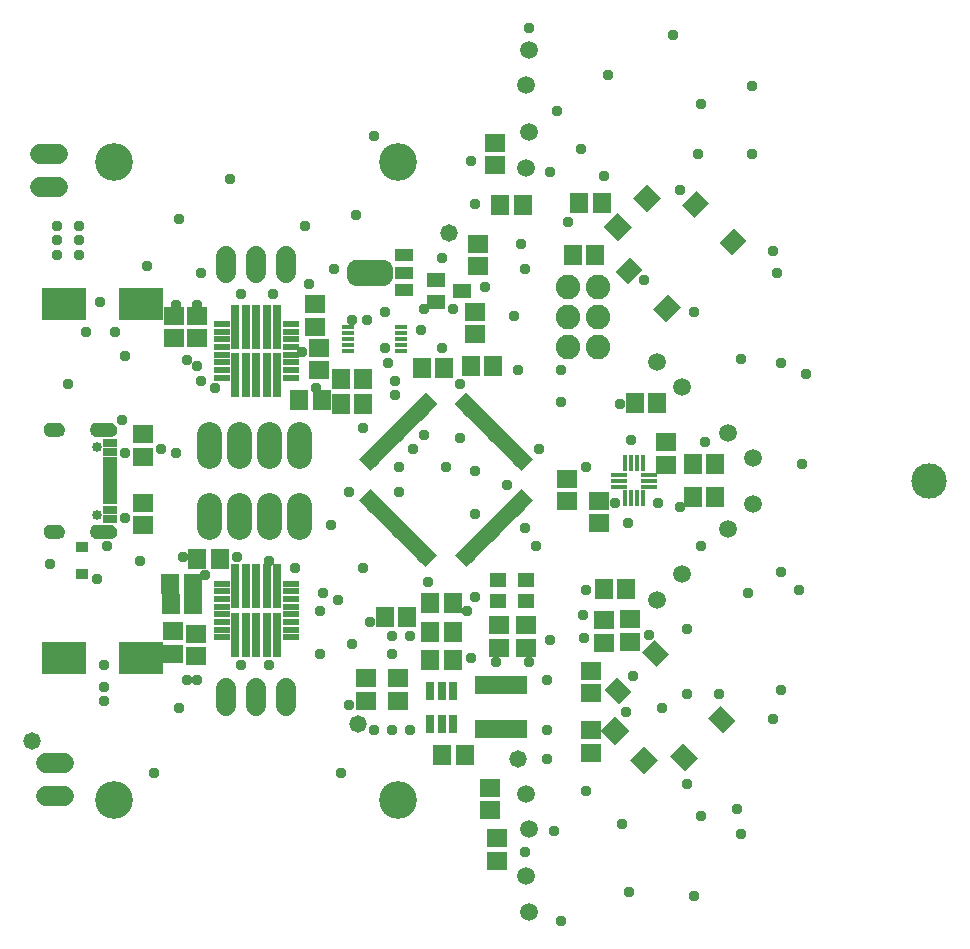
<source format=gbr>
G04 EAGLE Gerber RS-274X export*
G75*
%MOMM*%
%FSLAX34Y34*%
%LPD*%
%INSoldermask Top*%
%IPPOS*%
%AMOC8*
5,1,8,0,0,1.08239X$1,22.5*%
G01*
%ADD10R,1.503200X1.703200*%
%ADD11R,1.703200X1.503200*%
%ADD12R,0.453200X1.453200*%
%ADD13R,1.453200X0.453200*%
%ADD14C,1.511200*%
%ADD15R,1.203200X0.503200*%
%ADD16R,1.203200X0.803200*%
%ADD17C,0.853200*%
%ADD18R,1.803200X1.503200*%
%ADD19R,1.503200X1.803200*%
%ADD20R,3.703200X2.703200*%
%ADD21C,1.727200*%
%ADD22R,1.100000X0.400000*%
%ADD23R,0.753200X1.553200*%
%ADD24R,4.403200X1.603200*%
%ADD25R,1.603200X1.203200*%
%ADD26R,1.603200X1.003200*%
%ADD27R,1.600000X1.000000*%
%ADD28C,1.473200*%
%ADD29C,3.003200*%
%ADD30R,1.703200X1.703200*%
%ADD31C,2.082800*%
%ADD32R,1.033200X0.833200*%
%ADD33R,1.403200X1.303200*%
%ADD34R,1.503200X1.753200*%
%ADD35R,1.397000X0.508000*%
%ADD36R,1.403200X0.553200*%
%ADD37R,1.453200X0.553200*%
%ADD38R,0.653200X3.753200*%
%ADD39C,3.203200*%
%ADD40C,1.711200*%
%ADD41C,2.082800*%
%ADD42C,0.959600*%

G36*
X297490Y564839D02*
X297490Y564839D01*
X297824Y564849D01*
X297901Y564859D01*
X297979Y564863D01*
X298310Y564911D01*
X298642Y564954D01*
X298718Y564971D01*
X298795Y564982D01*
X299120Y565063D01*
X299445Y565137D01*
X299519Y565162D01*
X299595Y565180D01*
X299911Y565292D01*
X300228Y565397D01*
X300299Y565429D01*
X300372Y565455D01*
X300676Y565596D01*
X300981Y565732D01*
X301049Y565770D01*
X301119Y565803D01*
X301408Y565974D01*
X301698Y566138D01*
X301762Y566183D01*
X301829Y566223D01*
X302100Y566420D01*
X302373Y566612D01*
X302432Y566663D01*
X302495Y566709D01*
X302745Y566932D01*
X302998Y567149D01*
X303052Y567205D01*
X303111Y567257D01*
X303338Y567503D01*
X303569Y567744D01*
X303617Y567805D01*
X303670Y567863D01*
X303872Y568128D01*
X304079Y568392D01*
X304121Y568457D01*
X304168Y568519D01*
X304343Y568804D01*
X304524Y569085D01*
X304560Y569155D01*
X304601Y569221D01*
X304747Y569521D01*
X304900Y569819D01*
X304929Y569892D01*
X304963Y569962D01*
X305080Y570275D01*
X305203Y570586D01*
X305224Y570661D01*
X305252Y570734D01*
X305338Y571057D01*
X305430Y571378D01*
X305444Y571455D01*
X305464Y571530D01*
X305519Y571860D01*
X305579Y572189D01*
X305584Y572252D01*
X305599Y572344D01*
X305654Y573166D01*
X305651Y573259D01*
X305655Y573322D01*
X305655Y578572D01*
X305639Y578906D01*
X305629Y579240D01*
X305619Y579317D01*
X305615Y579395D01*
X305567Y579726D01*
X305524Y580058D01*
X305507Y580134D01*
X305496Y580211D01*
X305415Y580536D01*
X305341Y580861D01*
X305316Y580935D01*
X305298Y581011D01*
X305186Y581327D01*
X305081Y581644D01*
X305049Y581715D01*
X305023Y581788D01*
X304882Y582092D01*
X304746Y582397D01*
X304708Y582465D01*
X304675Y582535D01*
X304504Y582824D01*
X304340Y583114D01*
X304295Y583178D01*
X304255Y583245D01*
X304058Y583516D01*
X303866Y583789D01*
X303815Y583848D01*
X303769Y583911D01*
X303546Y584161D01*
X303329Y584414D01*
X303273Y584468D01*
X303221Y584527D01*
X302975Y584754D01*
X302734Y584985D01*
X302673Y585033D01*
X302615Y585086D01*
X302350Y585288D01*
X302087Y585495D01*
X302021Y585537D01*
X301959Y585584D01*
X301674Y585759D01*
X301393Y585940D01*
X301323Y585976D01*
X301257Y586017D01*
X300957Y586163D01*
X300659Y586316D01*
X300586Y586345D01*
X300516Y586379D01*
X300203Y586496D01*
X299892Y586619D01*
X299817Y586640D01*
X299744Y586668D01*
X299421Y586754D01*
X299100Y586846D01*
X299023Y586860D01*
X298948Y586880D01*
X298618Y586935D01*
X298289Y586995D01*
X298226Y587000D01*
X298134Y587015D01*
X297312Y587070D01*
X297219Y587067D01*
X297156Y587071D01*
X275406Y587071D01*
X275072Y587055D01*
X274738Y587045D01*
X274661Y587035D01*
X274583Y587031D01*
X274252Y586983D01*
X273920Y586940D01*
X273844Y586923D01*
X273767Y586912D01*
X273442Y586831D01*
X273117Y586757D01*
X273043Y586732D01*
X272967Y586714D01*
X272651Y586602D01*
X272334Y586497D01*
X272263Y586465D01*
X272190Y586439D01*
X271886Y586298D01*
X271581Y586162D01*
X271513Y586124D01*
X271443Y586091D01*
X271154Y585920D01*
X270864Y585756D01*
X270800Y585711D01*
X270733Y585671D01*
X270462Y585474D01*
X270189Y585282D01*
X270130Y585231D01*
X270067Y585185D01*
X269817Y584962D01*
X269564Y584745D01*
X269510Y584689D01*
X269452Y584637D01*
X269224Y584391D01*
X268993Y584150D01*
X268945Y584089D01*
X268892Y584031D01*
X268690Y583766D01*
X268483Y583503D01*
X268441Y583437D01*
X268394Y583375D01*
X268219Y583090D01*
X268038Y582809D01*
X268002Y582739D01*
X267961Y582673D01*
X267815Y582373D01*
X267662Y582075D01*
X267634Y582002D01*
X267599Y581932D01*
X267482Y581619D01*
X267359Y581308D01*
X267338Y581233D01*
X267310Y581160D01*
X267224Y580837D01*
X267132Y580516D01*
X267118Y580439D01*
X267098Y580364D01*
X267043Y580034D01*
X266983Y579705D01*
X266978Y579642D01*
X266963Y579550D01*
X266908Y578728D01*
X266911Y578635D01*
X266907Y578572D01*
X266907Y573322D01*
X266923Y572988D01*
X266933Y572654D01*
X266943Y572577D01*
X266947Y572499D01*
X266995Y572168D01*
X267038Y571836D01*
X267055Y571760D01*
X267066Y571683D01*
X267147Y571358D01*
X267221Y571033D01*
X267246Y570959D01*
X267264Y570883D01*
X267376Y570567D01*
X267481Y570250D01*
X267513Y570179D01*
X267539Y570106D01*
X267680Y569802D01*
X267816Y569497D01*
X267854Y569429D01*
X267887Y569359D01*
X268058Y569070D01*
X268222Y568780D01*
X268267Y568716D01*
X268307Y568649D01*
X268504Y568378D01*
X268696Y568105D01*
X268747Y568046D01*
X268793Y567983D01*
X269016Y567733D01*
X269233Y567480D01*
X269289Y567426D01*
X269341Y567368D01*
X269587Y567140D01*
X269828Y566909D01*
X269889Y566861D01*
X269947Y566808D01*
X270212Y566606D01*
X270476Y566399D01*
X270541Y566357D01*
X270603Y566310D01*
X270888Y566135D01*
X271169Y565954D01*
X271239Y565918D01*
X271305Y565877D01*
X271605Y565731D01*
X271903Y565578D01*
X271976Y565550D01*
X272046Y565515D01*
X272359Y565398D01*
X272670Y565275D01*
X272745Y565254D01*
X272818Y565226D01*
X273141Y565140D01*
X273462Y565048D01*
X273539Y565034D01*
X273614Y565014D01*
X273944Y564959D01*
X274273Y564899D01*
X274336Y564894D01*
X274428Y564879D01*
X275250Y564824D01*
X275343Y564827D01*
X275406Y564823D01*
X297156Y564823D01*
X297490Y564839D01*
G37*
G36*
X66805Y437154D02*
X66805Y437154D01*
X66807Y437151D01*
X68087Y437346D01*
X68093Y437352D01*
X68097Y437349D01*
X69301Y437824D01*
X69306Y437831D01*
X69311Y437829D01*
X70379Y438560D01*
X70382Y438567D01*
X70388Y438567D01*
X71267Y439517D01*
X71267Y439525D01*
X71273Y439526D01*
X71918Y440647D01*
X71917Y440656D01*
X71923Y440658D01*
X72302Y441895D01*
X72300Y441903D01*
X72304Y441906D01*
X72399Y443196D01*
X72396Y443201D01*
X72399Y443203D01*
X72332Y444334D01*
X72327Y444339D01*
X72331Y444343D01*
X72044Y445440D01*
X72038Y445444D01*
X72041Y445449D01*
X71546Y446468D01*
X71540Y446471D01*
X71541Y446476D01*
X70857Y447379D01*
X70850Y447381D01*
X70850Y447386D01*
X70003Y448139D01*
X69996Y448139D01*
X69995Y448144D01*
X69018Y448717D01*
X69011Y448716D01*
X69009Y448721D01*
X67938Y449092D01*
X67932Y449089D01*
X67929Y449094D01*
X66807Y449249D01*
X66802Y449246D01*
X66800Y449249D01*
X54800Y449249D01*
X54795Y449246D01*
X54792Y449249D01*
X53525Y449044D01*
X53519Y449038D01*
X53515Y449041D01*
X52325Y448559D01*
X52321Y448552D01*
X52315Y448554D01*
X51262Y447820D01*
X51260Y447812D01*
X51254Y447813D01*
X50391Y446863D01*
X50390Y446854D01*
X50385Y446854D01*
X49755Y445735D01*
X49756Y445727D01*
X49750Y445725D01*
X49385Y444495D01*
X49388Y444487D01*
X49383Y444484D01*
X49301Y443203D01*
X49304Y443199D01*
X49301Y443197D01*
X49383Y441916D01*
X49389Y441910D01*
X49385Y441905D01*
X49750Y440675D01*
X49757Y440670D01*
X49755Y440665D01*
X50385Y439546D01*
X50392Y439543D01*
X50391Y439537D01*
X51254Y438587D01*
X51262Y438586D01*
X51262Y438580D01*
X52315Y437846D01*
X52323Y437846D01*
X52325Y437841D01*
X53515Y437359D01*
X53522Y437361D01*
X53525Y437356D01*
X54792Y437151D01*
X54797Y437154D01*
X54800Y437151D01*
X66800Y437151D01*
X66805Y437154D01*
G37*
G36*
X66805Y350754D02*
X66805Y350754D01*
X66807Y350751D01*
X68087Y350946D01*
X68093Y350952D01*
X68097Y350949D01*
X69301Y351424D01*
X69306Y351431D01*
X69311Y351429D01*
X70379Y352160D01*
X70382Y352167D01*
X70388Y352167D01*
X71267Y353117D01*
X71267Y353125D01*
X71273Y353126D01*
X71918Y354247D01*
X71917Y354256D01*
X71923Y354258D01*
X72302Y355495D01*
X72300Y355503D01*
X72304Y355506D01*
X72399Y356796D01*
X72396Y356801D01*
X72399Y356803D01*
X72332Y357934D01*
X72327Y357939D01*
X72331Y357943D01*
X72044Y359040D01*
X72038Y359044D01*
X72041Y359049D01*
X71546Y360068D01*
X71540Y360071D01*
X71541Y360076D01*
X70857Y360979D01*
X70850Y360981D01*
X70850Y360986D01*
X70003Y361739D01*
X69996Y361739D01*
X69995Y361744D01*
X69018Y362317D01*
X69011Y362316D01*
X69009Y362321D01*
X67938Y362692D01*
X67932Y362689D01*
X67929Y362694D01*
X66807Y362849D01*
X66802Y362846D01*
X66800Y362849D01*
X54800Y362849D01*
X54795Y362846D01*
X54792Y362849D01*
X53525Y362644D01*
X53519Y362638D01*
X53515Y362641D01*
X52325Y362159D01*
X52321Y362152D01*
X52315Y362154D01*
X51262Y361420D01*
X51260Y361412D01*
X51254Y361413D01*
X50391Y360463D01*
X50390Y360454D01*
X50385Y360454D01*
X49755Y359335D01*
X49756Y359327D01*
X49750Y359325D01*
X49385Y358095D01*
X49388Y358087D01*
X49383Y358084D01*
X49301Y356803D01*
X49304Y356799D01*
X49301Y356797D01*
X49383Y355516D01*
X49389Y355510D01*
X49385Y355505D01*
X49750Y354275D01*
X49757Y354270D01*
X49755Y354265D01*
X50385Y353146D01*
X50392Y353143D01*
X50391Y353137D01*
X51254Y352187D01*
X51262Y352186D01*
X51262Y352180D01*
X52315Y351446D01*
X52323Y351446D01*
X52325Y351441D01*
X53515Y350959D01*
X53522Y350961D01*
X53525Y350956D01*
X54792Y350751D01*
X54797Y350754D01*
X54800Y350751D01*
X66800Y350751D01*
X66805Y350754D01*
G37*
G36*
X22003Y437153D02*
X22003Y437153D01*
X22005Y437151D01*
X23181Y437262D01*
X23186Y437267D01*
X23190Y437264D01*
X24322Y437602D01*
X24326Y437608D01*
X24331Y437606D01*
X25375Y438158D01*
X25378Y438165D01*
X25383Y438163D01*
X26299Y438909D01*
X26300Y438916D01*
X26306Y438916D01*
X27059Y439826D01*
X27059Y439833D01*
X27064Y439834D01*
X27625Y440873D01*
X27624Y440878D01*
X27628Y440880D01*
X27627Y440881D01*
X27629Y440882D01*
X27976Y442011D01*
X27976Y442012D01*
X27977Y442013D01*
X27974Y442017D01*
X27978Y442020D01*
X28099Y443195D01*
X28095Y443202D01*
X28099Y443206D01*
X27942Y444546D01*
X27937Y444552D01*
X27940Y444557D01*
X27489Y445828D01*
X27482Y445833D01*
X27484Y445838D01*
X26762Y446977D01*
X26754Y446980D01*
X26755Y446986D01*
X25797Y447936D01*
X25789Y447937D01*
X25788Y447943D01*
X24643Y448656D01*
X24635Y448655D01*
X24633Y448661D01*
X23357Y449101D01*
X23350Y449099D01*
X23347Y449103D01*
X22005Y449249D01*
X22002Y449247D01*
X22000Y449249D01*
X16000Y449249D01*
X15997Y449247D01*
X15994Y449249D01*
X14665Y449094D01*
X14659Y449088D01*
X14655Y449091D01*
X13394Y448644D01*
X13389Y448637D01*
X13384Y448639D01*
X12254Y447922D01*
X12251Y447915D01*
X12245Y447916D01*
X11303Y446966D01*
X11302Y446957D01*
X11296Y446957D01*
X10589Y445821D01*
X10590Y445813D01*
X10584Y445811D01*
X10148Y444546D01*
X10150Y444538D01*
X10145Y444536D01*
X10001Y443205D01*
X10005Y443199D01*
X10001Y443195D01*
X10111Y442029D01*
X10116Y442024D01*
X10113Y442020D01*
X10448Y440897D01*
X10454Y440893D01*
X10452Y440889D01*
X11000Y439853D01*
X11006Y439850D01*
X11005Y439845D01*
X11744Y438937D01*
X11751Y438935D01*
X11751Y438930D01*
X12653Y438183D01*
X12661Y438183D01*
X12661Y438178D01*
X13692Y437621D01*
X13699Y437622D01*
X13701Y437617D01*
X14820Y437273D01*
X14827Y437275D01*
X14830Y437271D01*
X15995Y437151D01*
X15998Y437153D01*
X16000Y437151D01*
X22000Y437151D01*
X22003Y437153D01*
G37*
G36*
X22003Y350753D02*
X22003Y350753D01*
X22005Y350751D01*
X23181Y350862D01*
X23186Y350867D01*
X23190Y350864D01*
X24322Y351202D01*
X24326Y351208D01*
X24331Y351206D01*
X25375Y351758D01*
X25378Y351765D01*
X25383Y351763D01*
X26299Y352509D01*
X26300Y352516D01*
X26306Y352516D01*
X27059Y353426D01*
X27059Y353433D01*
X27064Y353434D01*
X27625Y354473D01*
X27624Y354478D01*
X27628Y354480D01*
X27627Y354481D01*
X27629Y354482D01*
X27976Y355611D01*
X27976Y355612D01*
X27977Y355613D01*
X27974Y355617D01*
X27978Y355620D01*
X28099Y356795D01*
X28095Y356802D01*
X28099Y356806D01*
X27942Y358146D01*
X27937Y358152D01*
X27940Y358157D01*
X27489Y359428D01*
X27482Y359433D01*
X27484Y359438D01*
X26762Y360577D01*
X26754Y360580D01*
X26755Y360586D01*
X25797Y361536D01*
X25789Y361537D01*
X25788Y361543D01*
X24643Y362256D01*
X24635Y362255D01*
X24633Y362261D01*
X23357Y362701D01*
X23350Y362699D01*
X23347Y362703D01*
X22005Y362849D01*
X22002Y362847D01*
X22000Y362849D01*
X16000Y362849D01*
X15997Y362847D01*
X15994Y362849D01*
X14665Y362694D01*
X14659Y362688D01*
X14655Y362691D01*
X13394Y362244D01*
X13389Y362237D01*
X13384Y362239D01*
X12254Y361522D01*
X12251Y361515D01*
X12245Y361516D01*
X11303Y360566D01*
X11302Y360557D01*
X11296Y360557D01*
X10589Y359421D01*
X10590Y359413D01*
X10584Y359411D01*
X10148Y358146D01*
X10150Y358138D01*
X10145Y358136D01*
X10001Y356805D01*
X10005Y356799D01*
X10001Y356795D01*
X10111Y355629D01*
X10116Y355624D01*
X10113Y355620D01*
X10448Y354497D01*
X10454Y354493D01*
X10452Y354489D01*
X11000Y353453D01*
X11006Y353450D01*
X11005Y353445D01*
X11744Y352537D01*
X11751Y352535D01*
X11751Y352530D01*
X12653Y351783D01*
X12661Y351783D01*
X12661Y351778D01*
X13692Y351221D01*
X13699Y351222D01*
X13701Y351217D01*
X14820Y350873D01*
X14827Y350875D01*
X14830Y350871D01*
X15995Y350751D01*
X15998Y350753D01*
X16000Y350751D01*
X22000Y350751D01*
X22003Y350753D01*
G37*
D10*
X330020Y495240D03*
X349020Y495240D03*
X477036Y591272D03*
X458036Y591272D03*
D11*
X484192Y281964D03*
X484192Y262964D03*
X140000Y539500D03*
X140000Y520500D03*
X120000Y539500D03*
X120000Y520500D03*
D12*
X502500Y385000D03*
X507500Y385000D03*
X512500Y385000D03*
X517500Y385000D03*
D13*
X522500Y395000D03*
X522500Y400000D03*
X522500Y405000D03*
D12*
X517500Y415000D03*
X512500Y415000D03*
X507500Y415000D03*
X502500Y415000D03*
D13*
X497500Y405000D03*
X497500Y400000D03*
X497500Y395000D03*
D14*
X421307Y694943D03*
X418693Y665057D03*
X421307Y764943D03*
X418693Y735057D03*
X418693Y134943D03*
X421307Y105057D03*
X418693Y64943D03*
X421307Y35057D03*
X529393Y500607D03*
X550607Y479393D03*
X589393Y440607D03*
X610607Y419393D03*
X610607Y380607D03*
X589393Y359393D03*
X550607Y320607D03*
X529393Y299393D03*
D15*
X66600Y392500D03*
X66600Y397500D03*
D16*
X66600Y367750D03*
X66600Y375500D03*
D15*
X66600Y382500D03*
X66600Y387500D03*
X66600Y407500D03*
X66600Y402500D03*
D16*
X66600Y432250D03*
X66600Y424500D03*
D15*
X66600Y417500D03*
X66600Y412500D03*
D17*
X55550Y428900D03*
X55550Y371100D03*
D18*
X387808Y120980D03*
X387808Y139980D03*
D19*
X484148Y307888D03*
X503148Y307888D03*
X529500Y466096D03*
X510500Y466096D03*
X415556Y633272D03*
X396556Y633272D03*
D18*
X394280Y97204D03*
X394280Y78204D03*
D19*
X559644Y386096D03*
X578644Y386096D03*
X559644Y413904D03*
X578644Y413904D03*
D18*
X392000Y666860D03*
X392000Y685860D03*
D10*
X261524Y486384D03*
X280524Y486384D03*
X261524Y464568D03*
X280524Y464568D03*
D20*
X92500Y550000D03*
X27500Y550000D03*
X92500Y250000D03*
X27500Y250000D03*
D21*
X22380Y648730D02*
X7140Y648730D01*
X7140Y676670D02*
X22380Y676670D01*
D22*
X267500Y530000D03*
X267500Y525000D03*
X267500Y520000D03*
X267500Y515000D03*
X267500Y510000D03*
X312500Y510000D03*
X312500Y515000D03*
X312500Y520000D03*
X312500Y525000D03*
X312500Y530000D03*
D23*
X356452Y221895D03*
X346952Y221895D03*
X337452Y221895D03*
X337452Y194393D03*
X346952Y194393D03*
X356452Y194393D03*
D10*
X366452Y168144D03*
X347452Y168144D03*
D11*
X310000Y213884D03*
X310000Y232884D03*
X283048Y213884D03*
X283048Y232884D03*
D10*
X337452Y272048D03*
X356452Y272048D03*
X337260Y296592D03*
X356260Y296592D03*
X337452Y248144D03*
X356452Y248144D03*
D24*
X396952Y189644D03*
X396952Y226644D03*
D18*
X377952Y581812D03*
X377952Y600812D03*
D25*
X364568Y560832D03*
X342568Y551332D03*
X342568Y570332D03*
D26*
X315466Y561082D03*
X315466Y591062D03*
D27*
X315456Y576072D03*
D18*
X374904Y542900D03*
X374904Y523900D03*
D28*
X411480Y164592D03*
X353568Y609600D03*
X276160Y194216D03*
D29*
X760000Y400000D03*
D18*
X506888Y263836D03*
X506888Y282836D03*
D11*
X473840Y219828D03*
X473840Y238828D03*
D30*
G36*
X506427Y163722D02*
X518470Y175765D01*
X530513Y163722D01*
X518470Y151679D01*
X506427Y163722D01*
G37*
G36*
X481679Y188470D02*
X493722Y200513D01*
X505765Y188470D01*
X493722Y176427D01*
X481679Y188470D01*
G37*
G36*
X520662Y627283D02*
X508619Y639326D01*
X520662Y651369D01*
X532705Y639326D01*
X520662Y627283D01*
G37*
G36*
X495914Y602535D02*
X483871Y614578D01*
X495914Y626621D01*
X507957Y614578D01*
X495914Y602535D01*
G37*
D18*
X473544Y188788D03*
X473544Y169788D03*
D19*
X482340Y635088D03*
X463340Y635088D03*
D21*
X27620Y161270D02*
X12380Y161270D01*
X12380Y133330D02*
X27620Y133330D01*
D19*
X317972Y284736D03*
X298972Y284736D03*
D11*
X537176Y432460D03*
X537176Y413460D03*
D18*
X480000Y382836D03*
X480000Y363836D03*
X453320Y401604D03*
X453320Y382604D03*
D31*
X454152Y563880D03*
X479552Y563880D03*
X454152Y538480D03*
X479552Y538480D03*
X454152Y513080D03*
X479552Y513080D03*
D18*
X94488Y362356D03*
X94488Y381356D03*
X94488Y439268D03*
X94488Y420268D03*
D32*
X42672Y320732D03*
X42672Y343732D03*
D33*
X418318Y315902D03*
X394818Y315902D03*
X394818Y298402D03*
X418318Y298402D03*
D11*
X395624Y277724D03*
X395624Y258724D03*
X418192Y277724D03*
X418192Y258724D03*
D34*
G36*
X572504Y198685D02*
X583134Y209315D01*
X595530Y196919D01*
X584900Y186289D01*
X572504Y198685D01*
G37*
G36*
X516289Y254900D02*
X526919Y265530D01*
X539315Y253134D01*
X528685Y242504D01*
X516289Y254900D01*
G37*
G36*
X540685Y166866D02*
X551315Y177496D01*
X563711Y165100D01*
X553081Y154470D01*
X540685Y166866D01*
G37*
G36*
X484470Y223081D02*
X495100Y233711D01*
X507496Y221315D01*
X496866Y210685D01*
X484470Y223081D01*
G37*
G36*
X561315Y622504D02*
X550685Y633134D01*
X563081Y645530D01*
X573711Y634900D01*
X561315Y622504D01*
G37*
G36*
X505100Y566289D02*
X494470Y576919D01*
X506866Y589315D01*
X517496Y578685D01*
X505100Y566289D01*
G37*
G36*
X593134Y590685D02*
X582504Y601315D01*
X594900Y613711D01*
X605530Y603081D01*
X593134Y590685D01*
G37*
G36*
X536919Y534470D02*
X526289Y545100D01*
X538685Y557496D01*
X549315Y546866D01*
X536919Y534470D01*
G37*
D35*
G36*
X361711Y340320D02*
X371589Y330442D01*
X367997Y326850D01*
X358119Y336728D01*
X361711Y340320D01*
G37*
G36*
X365247Y343855D02*
X375125Y333977D01*
X371533Y330385D01*
X361655Y340263D01*
X365247Y343855D01*
G37*
G36*
X368782Y347391D02*
X378660Y337513D01*
X375068Y333921D01*
X365190Y343799D01*
X368782Y347391D01*
G37*
G36*
X372318Y350926D02*
X382196Y341048D01*
X378604Y337456D01*
X368726Y347334D01*
X372318Y350926D01*
G37*
G36*
X375853Y354462D02*
X385731Y344584D01*
X382139Y340992D01*
X372261Y350870D01*
X375853Y354462D01*
G37*
G36*
X379389Y357998D02*
X389267Y348120D01*
X385675Y344528D01*
X375797Y354406D01*
X379389Y357998D01*
G37*
G36*
X382924Y361533D02*
X392802Y351655D01*
X389210Y348063D01*
X379332Y357941D01*
X382924Y361533D01*
G37*
G36*
X386460Y365069D02*
X396338Y355191D01*
X392746Y351599D01*
X382868Y361477D01*
X386460Y365069D01*
G37*
G36*
X389995Y368604D02*
X399873Y358726D01*
X396281Y355134D01*
X386403Y365012D01*
X389995Y368604D01*
G37*
G36*
X393531Y372140D02*
X403409Y362262D01*
X399817Y358670D01*
X389939Y368548D01*
X393531Y372140D01*
G37*
G36*
X397066Y375675D02*
X406944Y365797D01*
X403352Y362205D01*
X393474Y372083D01*
X397066Y375675D01*
G37*
G36*
X400602Y379211D02*
X410480Y369333D01*
X406888Y365741D01*
X397010Y375619D01*
X400602Y379211D01*
G37*
G36*
X404138Y382746D02*
X414016Y372868D01*
X410424Y369276D01*
X400546Y379154D01*
X404138Y382746D01*
G37*
G36*
X407673Y386282D02*
X417551Y376404D01*
X413959Y372812D01*
X404081Y382690D01*
X407673Y386282D01*
G37*
G36*
X411209Y389817D02*
X421087Y379939D01*
X417495Y376347D01*
X407617Y386225D01*
X411209Y389817D01*
G37*
G36*
X414744Y393353D02*
X424622Y383475D01*
X421030Y379883D01*
X411152Y389761D01*
X414744Y393353D01*
G37*
G36*
X411152Y411759D02*
X421030Y421637D01*
X424622Y418045D01*
X414744Y408167D01*
X411152Y411759D01*
G37*
G36*
X407617Y415295D02*
X417495Y425173D01*
X421087Y421581D01*
X411209Y411703D01*
X407617Y415295D01*
G37*
G36*
X404081Y418830D02*
X413959Y428708D01*
X417551Y425116D01*
X407673Y415238D01*
X404081Y418830D01*
G37*
G36*
X400546Y422366D02*
X410424Y432244D01*
X414016Y428652D01*
X404138Y418774D01*
X400546Y422366D01*
G37*
G36*
X397010Y425901D02*
X406888Y435779D01*
X410480Y432187D01*
X400602Y422309D01*
X397010Y425901D01*
G37*
G36*
X393474Y429437D02*
X403352Y439315D01*
X406944Y435723D01*
X397066Y425845D01*
X393474Y429437D01*
G37*
G36*
X389939Y432972D02*
X399817Y442850D01*
X403409Y439258D01*
X393531Y429380D01*
X389939Y432972D01*
G37*
G36*
X386403Y436508D02*
X396281Y446386D01*
X399873Y442794D01*
X389995Y432916D01*
X386403Y436508D01*
G37*
G36*
X382868Y440043D02*
X392746Y449921D01*
X396338Y446329D01*
X386460Y436451D01*
X382868Y440043D01*
G37*
G36*
X379332Y443579D02*
X389210Y453457D01*
X392802Y449865D01*
X382924Y439987D01*
X379332Y443579D01*
G37*
G36*
X375797Y447114D02*
X385675Y456992D01*
X389267Y453400D01*
X379389Y443522D01*
X375797Y447114D01*
G37*
G36*
X372261Y450650D02*
X382139Y460528D01*
X385731Y456936D01*
X375853Y447058D01*
X372261Y450650D01*
G37*
G36*
X368726Y454186D02*
X378604Y464064D01*
X382196Y460472D01*
X372318Y450594D01*
X368726Y454186D01*
G37*
G36*
X365190Y457721D02*
X375068Y467599D01*
X378660Y464007D01*
X368782Y454129D01*
X365190Y457721D01*
G37*
G36*
X361655Y461257D02*
X371533Y471135D01*
X375125Y467543D01*
X365247Y457665D01*
X361655Y461257D01*
G37*
G36*
X358119Y464792D02*
X367997Y474670D01*
X371589Y471078D01*
X361711Y461200D01*
X358119Y464792D01*
G37*
G36*
X339713Y461200D02*
X329835Y471078D01*
X333427Y474670D01*
X343305Y464792D01*
X339713Y461200D01*
G37*
G36*
X336177Y457665D02*
X326299Y467543D01*
X329891Y471135D01*
X339769Y461257D01*
X336177Y457665D01*
G37*
G36*
X332642Y454129D02*
X322764Y464007D01*
X326356Y467599D01*
X336234Y457721D01*
X332642Y454129D01*
G37*
G36*
X329106Y450594D02*
X319228Y460472D01*
X322820Y464064D01*
X332698Y454186D01*
X329106Y450594D01*
G37*
G36*
X325571Y447058D02*
X315693Y456936D01*
X319285Y460528D01*
X329163Y450650D01*
X325571Y447058D01*
G37*
G36*
X322035Y443522D02*
X312157Y453400D01*
X315749Y456992D01*
X325627Y447114D01*
X322035Y443522D01*
G37*
G36*
X318500Y439987D02*
X308622Y449865D01*
X312214Y453457D01*
X322092Y443579D01*
X318500Y439987D01*
G37*
G36*
X314964Y436451D02*
X305086Y446329D01*
X308678Y449921D01*
X318556Y440043D01*
X314964Y436451D01*
G37*
G36*
X311429Y432916D02*
X301551Y442794D01*
X305143Y446386D01*
X315021Y436508D01*
X311429Y432916D01*
G37*
G36*
X307893Y429380D02*
X298015Y439258D01*
X301607Y442850D01*
X311485Y432972D01*
X307893Y429380D01*
G37*
G36*
X304358Y425845D02*
X294480Y435723D01*
X298072Y439315D01*
X307950Y429437D01*
X304358Y425845D01*
G37*
G36*
X300822Y422309D02*
X290944Y432187D01*
X294536Y435779D01*
X304414Y425901D01*
X300822Y422309D01*
G37*
G36*
X297286Y418774D02*
X287408Y428652D01*
X291000Y432244D01*
X300878Y422366D01*
X297286Y418774D01*
G37*
G36*
X293751Y415238D02*
X283873Y425116D01*
X287465Y428708D01*
X297343Y418830D01*
X293751Y415238D01*
G37*
G36*
X290215Y411703D02*
X280337Y421581D01*
X283929Y425173D01*
X293807Y415295D01*
X290215Y411703D01*
G37*
G36*
X286680Y408167D02*
X276802Y418045D01*
X280394Y421637D01*
X290272Y411759D01*
X286680Y408167D01*
G37*
G36*
X290272Y389761D02*
X280394Y379883D01*
X276802Y383475D01*
X286680Y393353D01*
X290272Y389761D01*
G37*
G36*
X293807Y386225D02*
X283929Y376347D01*
X280337Y379939D01*
X290215Y389817D01*
X293807Y386225D01*
G37*
G36*
X297343Y382690D02*
X287465Y372812D01*
X283873Y376404D01*
X293751Y386282D01*
X297343Y382690D01*
G37*
G36*
X300878Y379154D02*
X291000Y369276D01*
X287408Y372868D01*
X297286Y382746D01*
X300878Y379154D01*
G37*
G36*
X304414Y375619D02*
X294536Y365741D01*
X290944Y369333D01*
X300822Y379211D01*
X304414Y375619D01*
G37*
G36*
X307950Y372083D02*
X298072Y362205D01*
X294480Y365797D01*
X304358Y375675D01*
X307950Y372083D01*
G37*
G36*
X311485Y368548D02*
X301607Y358670D01*
X298015Y362262D01*
X307893Y372140D01*
X311485Y368548D01*
G37*
G36*
X315021Y365012D02*
X305143Y355134D01*
X301551Y358726D01*
X311429Y368604D01*
X315021Y365012D01*
G37*
G36*
X318556Y361477D02*
X308678Y351599D01*
X305086Y355191D01*
X314964Y365069D01*
X318556Y361477D01*
G37*
G36*
X322092Y357941D02*
X312214Y348063D01*
X308622Y351655D01*
X318500Y361533D01*
X322092Y357941D01*
G37*
G36*
X325627Y354406D02*
X315749Y344528D01*
X312157Y348120D01*
X322035Y357998D01*
X325627Y354406D01*
G37*
G36*
X329163Y350870D02*
X319285Y340992D01*
X315693Y344584D01*
X325571Y354462D01*
X329163Y350870D01*
G37*
G36*
X332698Y347334D02*
X322820Y337456D01*
X319228Y341048D01*
X329106Y350926D01*
X332698Y347334D01*
G37*
G36*
X336234Y343799D02*
X326356Y333921D01*
X322764Y337513D01*
X332642Y347391D01*
X336234Y343799D01*
G37*
G36*
X339769Y340263D02*
X329891Y330385D01*
X326299Y333977D01*
X336177Y343855D01*
X339769Y340263D01*
G37*
G36*
X343305Y336728D02*
X333427Y326850D01*
X329835Y330442D01*
X339713Y340320D01*
X343305Y336728D01*
G37*
D10*
X371500Y496824D03*
X390500Y496824D03*
D28*
X0Y180000D03*
D36*
X160750Y532750D03*
X160750Y526250D03*
D37*
X160750Y519750D03*
X160750Y513250D03*
X160750Y506750D03*
X160750Y500250D03*
X160750Y493750D03*
X160750Y487250D03*
D38*
X172000Y489500D03*
X181000Y489500D03*
X190000Y489500D03*
X199000Y489500D03*
X208000Y489500D03*
D37*
X219250Y487250D03*
X219250Y493750D03*
X219250Y500250D03*
X219250Y506750D03*
X219250Y513250D03*
X219250Y519750D03*
X219250Y526250D03*
X219250Y532750D03*
D38*
X208000Y530500D03*
X199000Y530500D03*
X190000Y530500D03*
X181000Y530500D03*
X172000Y530500D03*
D39*
X70000Y670000D03*
X310000Y670000D03*
D40*
X215400Y590540D02*
X215400Y575460D01*
X190000Y575460D02*
X190000Y590540D01*
X164600Y590540D02*
X164600Y575460D01*
D11*
X240000Y549500D03*
X240000Y530500D03*
X243048Y493548D03*
X243048Y512548D03*
D10*
X245300Y468600D03*
X226300Y468600D03*
X117220Y312504D03*
X136220Y312504D03*
X117700Y295928D03*
X136700Y295928D03*
D36*
X219250Y267250D03*
X219250Y273750D03*
D37*
X219250Y280250D03*
X219250Y286750D03*
X219250Y293250D03*
X219250Y299750D03*
X219250Y306250D03*
X219250Y312750D03*
D38*
X208000Y310500D03*
X199000Y310500D03*
X190000Y310500D03*
X181000Y310500D03*
X172000Y310500D03*
D37*
X160750Y312750D03*
X160750Y306250D03*
X160750Y299750D03*
X160750Y293250D03*
X160750Y286750D03*
X160750Y280250D03*
X160750Y273750D03*
X160750Y267250D03*
D38*
X172000Y269500D03*
X181000Y269500D03*
X190000Y269500D03*
X199000Y269500D03*
X208000Y269500D03*
D39*
X310000Y130000D03*
X70000Y130000D03*
D40*
X164600Y209460D02*
X164600Y224540D01*
X190000Y224540D02*
X190000Y209460D01*
X215400Y209460D02*
X215400Y224540D01*
D11*
X139144Y251356D03*
X139144Y270356D03*
X119936Y253524D03*
X119936Y272524D03*
D10*
X140060Y333608D03*
X159060Y333608D03*
D41*
X150000Y420602D02*
X150000Y439398D01*
X175400Y439398D02*
X175400Y420602D01*
X200800Y420602D02*
X200800Y439398D01*
X226200Y439398D02*
X226200Y420602D01*
X150000Y379398D02*
X150000Y360602D01*
X175400Y360602D02*
X175400Y379398D01*
X200800Y379398D02*
X200800Y360602D01*
X226200Y360602D02*
X226200Y379398D01*
D42*
X30480Y481584D03*
X15240Y329184D03*
X76200Y451104D03*
X320040Y188976D03*
X304800Y188976D03*
X320040Y268224D03*
X39624Y615696D03*
X39624Y603504D03*
X21336Y615696D03*
X21336Y603504D03*
X21336Y591312D03*
X39624Y591312D03*
X332232Y545592D03*
X124968Y621792D03*
X356616Y545592D03*
X529872Y381000D03*
X347472Y588264D03*
X21336Y256032D03*
X289560Y188976D03*
X393192Y246888D03*
X420624Y246888D03*
X467868Y266700D03*
X522732Y269748D03*
X374904Y301752D03*
X304800Y268224D03*
X304800Y252984D03*
X429768Y426720D03*
X335280Y313944D03*
X374904Y408432D03*
X448056Y27432D03*
X609600Y734568D03*
X350520Y411480D03*
X280416Y445008D03*
X362712Y481584D03*
X310896Y390144D03*
X347472Y512064D03*
X518160Y569976D03*
X310896Y411480D03*
X554736Y274320D03*
X502920Y204216D03*
X469392Y137160D03*
X435864Y188976D03*
X435864Y231648D03*
X408432Y539496D03*
X289560Y691896D03*
X438912Y661416D03*
X484632Y658368D03*
X487680Y743712D03*
X445008Y713232D03*
X627888Y594360D03*
X560832Y542544D03*
X655320Y490728D03*
X649224Y307848D03*
X606552Y304800D03*
X627888Y198120D03*
X554736Y143256D03*
X600456Y100584D03*
X505968Y51816D03*
X441960Y103632D03*
X569976Y432816D03*
X566448Y344424D03*
X554736Y219456D03*
X533400Y207264D03*
X566928Y719328D03*
X548640Y646176D03*
X600456Y502920D03*
X652272Y414528D03*
X582168Y219456D03*
X173736Y335280D03*
X201168Y332232D03*
X146304Y320040D03*
X128016Y335280D03*
X243840Y252984D03*
X268224Y210312D03*
X228600Y509016D03*
X240792Y478536D03*
X167640Y655320D03*
X274320Y624840D03*
X231648Y615696D03*
X384048Y563880D03*
X262128Y152400D03*
X103632Y152400D03*
X124968Y207264D03*
X91440Y332232D03*
X79248Y505968D03*
X97536Y582168D03*
X143256Y576072D03*
X256032Y579120D03*
X298704Y542544D03*
X271272Y262128D03*
X374904Y633984D03*
X371856Y670560D03*
X371856Y249936D03*
X499872Y109728D03*
X566928Y115824D03*
X466344Y286512D03*
X368808Y289560D03*
X504444Y364236D03*
X402336Y396240D03*
X507492Y434340D03*
X498348Y464820D03*
X435864Y164592D03*
X414528Y600456D03*
X268224Y390144D03*
X57912Y551688D03*
X60960Y225552D03*
X70104Y525592D03*
X45720Y525592D03*
X60960Y213360D03*
X60960Y243840D03*
X54864Y316992D03*
X420624Y783336D03*
X176784Y243840D03*
X201168Y243840D03*
X131064Y231648D03*
X140208Y231648D03*
X176784Y557784D03*
X204216Y557784D03*
X140208Y548640D03*
X121920Y548640D03*
X234696Y566928D03*
X438912Y265176D03*
X509016Y234696D03*
X286512Y280416D03*
X259080Y298704D03*
X630936Y576072D03*
X609600Y676656D03*
X542544Y777240D03*
X633984Y499872D03*
X298704Y512064D03*
X329184Y527304D03*
X301752Y499872D03*
X252984Y362712D03*
X417576Y359664D03*
X469392Y411480D03*
X426720Y344424D03*
X493776Y381000D03*
X79248Y423672D03*
X79248Y368808D03*
X64008Y344424D03*
X121920Y423672D03*
X271272Y536448D03*
X109728Y426720D03*
X283464Y536448D03*
X417576Y85344D03*
X464820Y681228D03*
X548640Y377952D03*
X448056Y493776D03*
X411480Y493776D03*
X454152Y618744D03*
X417576Y579120D03*
X307848Y484632D03*
X140208Y496824D03*
X307848Y472440D03*
X143256Y484632D03*
X246888Y304800D03*
X280416Y326136D03*
X560832Y48768D03*
X597408Y121920D03*
X633984Y222504D03*
X633984Y323088D03*
X362712Y435864D03*
X448056Y466344D03*
X374904Y371856D03*
X469392Y307848D03*
X563880Y676656D03*
X332232Y438912D03*
X155448Y478536D03*
X323088Y426720D03*
X131064Y502598D03*
X243840Y289560D03*
X222504Y326136D03*
M02*

</source>
